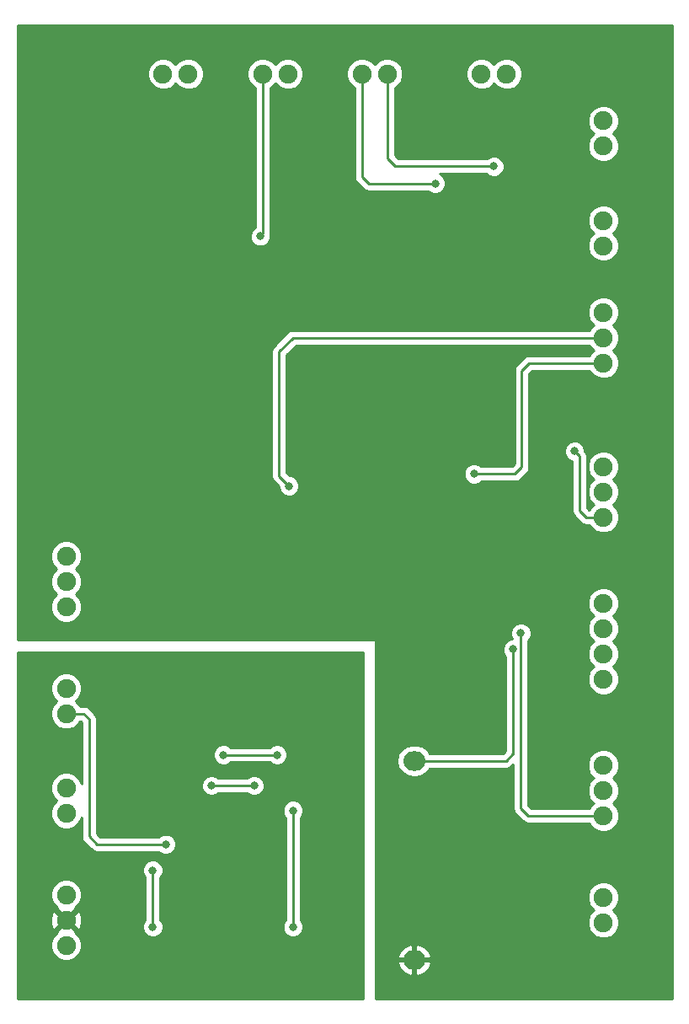
<source format=gbr>
G04 #@! TF.FileFunction,Copper,L2,Bot,Signal*
%FSLAX46Y46*%
G04 Gerber Fmt 4.6, Leading zero omitted, Abs format (unit mm)*
G04 Created by KiCad (PCBNEW 4.0.4-stable) date Wednesday, May 24, 2017 'PMt' 11:27:01 PM*
%MOMM*%
%LPD*%
G01*
G04 APERTURE LIST*
%ADD10C,0.100000*%
%ADD11O,2.200000X1.950000*%
%ADD12C,1.900000*%
%ADD13C,0.800000*%
%ADD14C,0.250000*%
%ADD15C,0.254000*%
G04 APERTURE END LIST*
D10*
D11*
X246000000Y-130000000D03*
X246000000Y-150000000D03*
D12*
X220730000Y-61000000D03*
X223270000Y-61000000D03*
X211000000Y-135270000D03*
X211000000Y-132730000D03*
X211000000Y-122730000D03*
X211000000Y-125270000D03*
X230730000Y-61000000D03*
X233270000Y-61000000D03*
X265000000Y-146270000D03*
X265000000Y-143730000D03*
X243270000Y-61000000D03*
X240730000Y-61000000D03*
X255270000Y-61000000D03*
X252730000Y-61000000D03*
X265000000Y-78270000D03*
X265000000Y-75730000D03*
X265000000Y-65730000D03*
X265000000Y-68270000D03*
X265000000Y-135540000D03*
X265000000Y-133000000D03*
X265000000Y-130460000D03*
X211000000Y-114540000D03*
X211000000Y-112000000D03*
X211000000Y-109460000D03*
X211000000Y-143460000D03*
X211000000Y-146000000D03*
X211000000Y-148540000D03*
X265000000Y-84960000D03*
X265000000Y-87500000D03*
X265000000Y-90040000D03*
X265000000Y-100460000D03*
X265000000Y-103000000D03*
X265000000Y-105540000D03*
X265000000Y-119270000D03*
X265000000Y-116730000D03*
X265000000Y-114190000D03*
X265000000Y-121810000D03*
D13*
X230500000Y-77300000D03*
X255400000Y-104300000D03*
X220100000Y-107500000D03*
X226300000Y-67900000D03*
X255100000Y-116400000D03*
X225700000Y-69200000D03*
X217400000Y-100700000D03*
X218900000Y-88000000D03*
X230000000Y-109000000D03*
X237900000Y-83400000D03*
X239600000Y-80100000D03*
X251400000Y-79000000D03*
X252800000Y-71500000D03*
X249400000Y-89700000D03*
X236700000Y-89400000D03*
X223900000Y-89500000D03*
X230500000Y-103000000D03*
X243500000Y-103000000D03*
X254000000Y-112000000D03*
X226000000Y-79000000D03*
X224000000Y-82000000D03*
X221000000Y-78000000D03*
X255900000Y-118800000D03*
X219700000Y-141000000D03*
X219700000Y-146700000D03*
X225700000Y-138500000D03*
X213400000Y-146500000D03*
X213400000Y-145500000D03*
X232300000Y-140300000D03*
X227200000Y-136400000D03*
X232900000Y-121000000D03*
X231700000Y-130800000D03*
X238500000Y-124800000D03*
X237400000Y-124800000D03*
X224800000Y-130600000D03*
X225100000Y-135900000D03*
X225100000Y-134500000D03*
X262100000Y-98900000D03*
X233400000Y-102400000D03*
X252000000Y-101200000D03*
X229900000Y-132500000D03*
X225600000Y-132500000D03*
X232200000Y-129400000D03*
X226800000Y-129400000D03*
X221000000Y-138400000D03*
X254000000Y-70300000D03*
X248100000Y-72000000D03*
X256700000Y-117200000D03*
X233800000Y-135000000D03*
X233800000Y-146700000D03*
D14*
X230730000Y-77070000D02*
X230730000Y-61000000D01*
X230500000Y-77300000D02*
X230730000Y-77070000D01*
X255900000Y-128600000D02*
X255900000Y-129300000D01*
X255900000Y-118800000D02*
X255900000Y-128600000D01*
X255200000Y-130000000D02*
X246000000Y-130000000D01*
X255900000Y-129300000D02*
X255200000Y-130000000D01*
X246300000Y-129700000D02*
X246000000Y-130000000D01*
X219700000Y-144000000D02*
X219700000Y-146700000D01*
X219700000Y-141000000D02*
X219700000Y-144000000D01*
X263240000Y-105540000D02*
X265000000Y-105540000D01*
X262600000Y-104900000D02*
X263240000Y-105540000D01*
X262600000Y-99400000D02*
X262600000Y-104900000D01*
X262100000Y-98900000D02*
X262600000Y-99400000D01*
X233800000Y-87500000D02*
X265000000Y-87500000D01*
X232400000Y-88900000D02*
X233800000Y-87500000D01*
X232400000Y-101400000D02*
X232400000Y-88900000D01*
X233400000Y-102400000D02*
X232400000Y-101400000D01*
X256800000Y-98700000D02*
X256800000Y-90800000D01*
X256800000Y-90800000D02*
X257560000Y-90040000D01*
X257560000Y-90040000D02*
X265000000Y-90040000D01*
X256800000Y-100500000D02*
X256800000Y-98700000D01*
X256100000Y-101200000D02*
X256800000Y-100500000D01*
X252000000Y-101200000D02*
X256100000Y-101200000D01*
X265130000Y-143600000D02*
X265000000Y-143730000D01*
X225600000Y-132500000D02*
X229900000Y-132500000D01*
X226800000Y-129400000D02*
X232200000Y-129400000D01*
X211000000Y-125270000D02*
X212770000Y-125270000D01*
X221000000Y-138400000D02*
X214100000Y-138400000D01*
X214100000Y-138400000D02*
X213300000Y-137600000D01*
X213300000Y-125800000D02*
X213300000Y-137600000D01*
X212770000Y-125270000D02*
X213300000Y-125800000D01*
X244100000Y-70300000D02*
X254000000Y-70300000D01*
X243270000Y-69470000D02*
X244100000Y-70300000D01*
X243270000Y-69470000D02*
X243270000Y-61000000D01*
X241400000Y-72000000D02*
X248100000Y-72000000D01*
X240730000Y-71330000D02*
X241400000Y-72000000D01*
X240730000Y-61000000D02*
X240730000Y-71330000D01*
X257440000Y-135540000D02*
X265000000Y-135540000D01*
X256700000Y-134800000D02*
X257440000Y-135540000D01*
X256700000Y-117200000D02*
X256700000Y-134800000D01*
X233800000Y-146700000D02*
X233800000Y-135000000D01*
D15*
G36*
X271873000Y-153873000D02*
X242127000Y-153873000D01*
X242127000Y-150376511D01*
X244309644Y-150376511D01*
X244571371Y-150944669D01*
X245032113Y-151371638D01*
X245621177Y-151589787D01*
X245873000Y-151451171D01*
X245873000Y-150127000D01*
X246127000Y-150127000D01*
X246127000Y-151451171D01*
X246378823Y-151589787D01*
X246967887Y-151371638D01*
X247428629Y-150944669D01*
X247690356Y-150376511D01*
X247570682Y-150127000D01*
X246127000Y-150127000D01*
X245873000Y-150127000D01*
X244429318Y-150127000D01*
X244309644Y-150376511D01*
X242127000Y-150376511D01*
X242127000Y-149623489D01*
X244309644Y-149623489D01*
X244429318Y-149873000D01*
X245873000Y-149873000D01*
X245873000Y-148548829D01*
X246127000Y-148548829D01*
X246127000Y-149873000D01*
X247570682Y-149873000D01*
X247690356Y-149623489D01*
X247428629Y-149055331D01*
X246967887Y-148628362D01*
X246378823Y-148410213D01*
X246127000Y-148548829D01*
X245873000Y-148548829D01*
X245621177Y-148410213D01*
X245032113Y-148628362D01*
X244571371Y-149055331D01*
X244309644Y-149623489D01*
X242127000Y-149623489D01*
X242127000Y-144043893D01*
X263414725Y-144043893D01*
X263655519Y-144626657D01*
X264028471Y-145000261D01*
X263657086Y-145370997D01*
X263415276Y-145953341D01*
X263414725Y-146583893D01*
X263655519Y-147166657D01*
X264100997Y-147612914D01*
X264683341Y-147854724D01*
X265313893Y-147855275D01*
X265896657Y-147614481D01*
X266342914Y-147169003D01*
X266584724Y-146586659D01*
X266585275Y-145956107D01*
X266344481Y-145373343D01*
X265971529Y-144999739D01*
X266342914Y-144629003D01*
X266584724Y-144046659D01*
X266585275Y-143416107D01*
X266344481Y-142833343D01*
X265899003Y-142387086D01*
X265316659Y-142145276D01*
X264686107Y-142144725D01*
X264103343Y-142385519D01*
X263657086Y-142830997D01*
X263415276Y-143413341D01*
X263414725Y-144043893D01*
X242127000Y-144043893D01*
X242127000Y-130000000D01*
X244231009Y-130000000D01*
X244353563Y-130616120D01*
X244702567Y-131138442D01*
X245224889Y-131487446D01*
X245841009Y-131610000D01*
X246158991Y-131610000D01*
X246775111Y-131487446D01*
X247297433Y-131138442D01*
X247550300Y-130760000D01*
X255200000Y-130760000D01*
X255490839Y-130702148D01*
X255737401Y-130537401D01*
X255940000Y-130334802D01*
X255940000Y-134800000D01*
X255997852Y-135090839D01*
X256162599Y-135337401D01*
X256902599Y-136077401D01*
X257149161Y-136242148D01*
X257440000Y-136300000D01*
X263599053Y-136300000D01*
X263655519Y-136436657D01*
X264100997Y-136882914D01*
X264683341Y-137124724D01*
X265313893Y-137125275D01*
X265896657Y-136884481D01*
X266342914Y-136439003D01*
X266584724Y-135856659D01*
X266585275Y-135226107D01*
X266344481Y-134643343D01*
X265971529Y-134269739D01*
X266342914Y-133899003D01*
X266584724Y-133316659D01*
X266585275Y-132686107D01*
X266344481Y-132103343D01*
X265971529Y-131729739D01*
X266342914Y-131359003D01*
X266584724Y-130776659D01*
X266585275Y-130146107D01*
X266344481Y-129563343D01*
X265899003Y-129117086D01*
X265316659Y-128875276D01*
X264686107Y-128874725D01*
X264103343Y-129115519D01*
X263657086Y-129560997D01*
X263415276Y-130143341D01*
X263414725Y-130773893D01*
X263655519Y-131356657D01*
X264028471Y-131730261D01*
X263657086Y-132100997D01*
X263415276Y-132683341D01*
X263414725Y-133313893D01*
X263655519Y-133896657D01*
X264028471Y-134270261D01*
X263657086Y-134640997D01*
X263599367Y-134780000D01*
X257754802Y-134780000D01*
X257460000Y-134485198D01*
X257460000Y-117903761D01*
X257576919Y-117787046D01*
X257734820Y-117406777D01*
X257735179Y-116995029D01*
X257577942Y-116614485D01*
X257287046Y-116323081D01*
X256906777Y-116165180D01*
X256495029Y-116164821D01*
X256114485Y-116322058D01*
X255823081Y-116612954D01*
X255665180Y-116993223D01*
X255664821Y-117404971D01*
X255813550Y-117764924D01*
X255695029Y-117764821D01*
X255314485Y-117922058D01*
X255023081Y-118212954D01*
X254865180Y-118593223D01*
X254864821Y-119004971D01*
X255022058Y-119385515D01*
X255140000Y-119503663D01*
X255140000Y-128985197D01*
X254885198Y-129240000D01*
X247550300Y-129240000D01*
X247297433Y-128861558D01*
X246775111Y-128512554D01*
X246158991Y-128390000D01*
X245841009Y-128390000D01*
X245224889Y-128512554D01*
X244702567Y-128861558D01*
X244353563Y-129383880D01*
X244231009Y-130000000D01*
X242127000Y-130000000D01*
X242127000Y-118000000D01*
X242116994Y-117950590D01*
X242088553Y-117908965D01*
X242046159Y-117881685D01*
X242000000Y-117873000D01*
X206127000Y-117873000D01*
X206127000Y-109773893D01*
X209414725Y-109773893D01*
X209655519Y-110356657D01*
X210028471Y-110730261D01*
X209657086Y-111100997D01*
X209415276Y-111683341D01*
X209414725Y-112313893D01*
X209655519Y-112896657D01*
X210028471Y-113270261D01*
X209657086Y-113640997D01*
X209415276Y-114223341D01*
X209414725Y-114853893D01*
X209655519Y-115436657D01*
X210100997Y-115882914D01*
X210683341Y-116124724D01*
X211313893Y-116125275D01*
X211896657Y-115884481D01*
X212342914Y-115439003D01*
X212584724Y-114856659D01*
X212585032Y-114503893D01*
X263414725Y-114503893D01*
X263655519Y-115086657D01*
X264028471Y-115460261D01*
X263657086Y-115830997D01*
X263415276Y-116413341D01*
X263414725Y-117043893D01*
X263655519Y-117626657D01*
X264028471Y-118000261D01*
X263657086Y-118370997D01*
X263415276Y-118953341D01*
X263414725Y-119583893D01*
X263655519Y-120166657D01*
X264028471Y-120540261D01*
X263657086Y-120910997D01*
X263415276Y-121493341D01*
X263414725Y-122123893D01*
X263655519Y-122706657D01*
X264100997Y-123152914D01*
X264683341Y-123394724D01*
X265313893Y-123395275D01*
X265896657Y-123154481D01*
X266342914Y-122709003D01*
X266584724Y-122126659D01*
X266585275Y-121496107D01*
X266344481Y-120913343D01*
X265971529Y-120539739D01*
X266342914Y-120169003D01*
X266584724Y-119586659D01*
X266585275Y-118956107D01*
X266344481Y-118373343D01*
X265971529Y-117999739D01*
X266342914Y-117629003D01*
X266584724Y-117046659D01*
X266585275Y-116416107D01*
X266344481Y-115833343D01*
X265971529Y-115459739D01*
X266342914Y-115089003D01*
X266584724Y-114506659D01*
X266585275Y-113876107D01*
X266344481Y-113293343D01*
X265899003Y-112847086D01*
X265316659Y-112605276D01*
X264686107Y-112604725D01*
X264103343Y-112845519D01*
X263657086Y-113290997D01*
X263415276Y-113873341D01*
X263414725Y-114503893D01*
X212585032Y-114503893D01*
X212585275Y-114226107D01*
X212344481Y-113643343D01*
X211971529Y-113269739D01*
X212342914Y-112899003D01*
X212584724Y-112316659D01*
X212585275Y-111686107D01*
X212344481Y-111103343D01*
X211971529Y-110729739D01*
X212342914Y-110359003D01*
X212584724Y-109776659D01*
X212585275Y-109146107D01*
X212344481Y-108563343D01*
X211899003Y-108117086D01*
X211316659Y-107875276D01*
X210686107Y-107874725D01*
X210103343Y-108115519D01*
X209657086Y-108560997D01*
X209415276Y-109143341D01*
X209414725Y-109773893D01*
X206127000Y-109773893D01*
X206127000Y-88900000D01*
X231640000Y-88900000D01*
X231640000Y-101400000D01*
X231697852Y-101690839D01*
X231862599Y-101937401D01*
X232364965Y-102439767D01*
X232364821Y-102604971D01*
X232522058Y-102985515D01*
X232812954Y-103276919D01*
X233193223Y-103434820D01*
X233604971Y-103435179D01*
X233985515Y-103277942D01*
X234276919Y-102987046D01*
X234434820Y-102606777D01*
X234435179Y-102195029D01*
X234277942Y-101814485D01*
X233987046Y-101523081D01*
X233606777Y-101365180D01*
X233439836Y-101365034D01*
X233160000Y-101085198D01*
X233160000Y-89214802D01*
X234114802Y-88260000D01*
X263599053Y-88260000D01*
X263655519Y-88396657D01*
X264028471Y-88770261D01*
X263657086Y-89140997D01*
X263599367Y-89280000D01*
X257560000Y-89280000D01*
X257269160Y-89337852D01*
X257022599Y-89502599D01*
X256262599Y-90262599D01*
X256097852Y-90509161D01*
X256040000Y-90800000D01*
X256040000Y-100185197D01*
X255785198Y-100440000D01*
X252703761Y-100440000D01*
X252587046Y-100323081D01*
X252206777Y-100165180D01*
X251795029Y-100164821D01*
X251414485Y-100322058D01*
X251123081Y-100612954D01*
X250965180Y-100993223D01*
X250964821Y-101404971D01*
X251122058Y-101785515D01*
X251412954Y-102076919D01*
X251793223Y-102234820D01*
X252204971Y-102235179D01*
X252585515Y-102077942D01*
X252703663Y-101960000D01*
X256100000Y-101960000D01*
X256390839Y-101902148D01*
X256637401Y-101737401D01*
X257337401Y-101037402D01*
X257502147Y-100790840D01*
X257502148Y-100790839D01*
X257560000Y-100500000D01*
X257560000Y-99104971D01*
X261064821Y-99104971D01*
X261222058Y-99485515D01*
X261512954Y-99776919D01*
X261840000Y-99912720D01*
X261840000Y-104900000D01*
X261897852Y-105190839D01*
X262062599Y-105437401D01*
X262702599Y-106077401D01*
X262949161Y-106242148D01*
X263240000Y-106300000D01*
X263599053Y-106300000D01*
X263655519Y-106436657D01*
X264100997Y-106882914D01*
X264683341Y-107124724D01*
X265313893Y-107125275D01*
X265896657Y-106884481D01*
X266342914Y-106439003D01*
X266584724Y-105856659D01*
X266585275Y-105226107D01*
X266344481Y-104643343D01*
X265971529Y-104269739D01*
X266342914Y-103899003D01*
X266584724Y-103316659D01*
X266585275Y-102686107D01*
X266344481Y-102103343D01*
X265971529Y-101729739D01*
X266342914Y-101359003D01*
X266584724Y-100776659D01*
X266585275Y-100146107D01*
X266344481Y-99563343D01*
X265899003Y-99117086D01*
X265316659Y-98875276D01*
X264686107Y-98874725D01*
X264103343Y-99115519D01*
X263657086Y-99560997D01*
X263415276Y-100143341D01*
X263414725Y-100773893D01*
X263655519Y-101356657D01*
X264028471Y-101730261D01*
X263657086Y-102100997D01*
X263415276Y-102683341D01*
X263414725Y-103313893D01*
X263655519Y-103896657D01*
X264028471Y-104270261D01*
X263657086Y-104640997D01*
X263599367Y-104780000D01*
X263554802Y-104780000D01*
X263360000Y-104585198D01*
X263360000Y-99400000D01*
X263302148Y-99109161D01*
X263137401Y-98862599D01*
X263135035Y-98860233D01*
X263135179Y-98695029D01*
X262977942Y-98314485D01*
X262687046Y-98023081D01*
X262306777Y-97865180D01*
X261895029Y-97864821D01*
X261514485Y-98022058D01*
X261223081Y-98312954D01*
X261065180Y-98693223D01*
X261064821Y-99104971D01*
X257560000Y-99104971D01*
X257560000Y-91114802D01*
X257874802Y-90800000D01*
X263599053Y-90800000D01*
X263655519Y-90936657D01*
X264100997Y-91382914D01*
X264683341Y-91624724D01*
X265313893Y-91625275D01*
X265896657Y-91384481D01*
X266342914Y-90939003D01*
X266584724Y-90356659D01*
X266585275Y-89726107D01*
X266344481Y-89143343D01*
X265971529Y-88769739D01*
X266342914Y-88399003D01*
X266584724Y-87816659D01*
X266585275Y-87186107D01*
X266344481Y-86603343D01*
X265971529Y-86229739D01*
X266342914Y-85859003D01*
X266584724Y-85276659D01*
X266585275Y-84646107D01*
X266344481Y-84063343D01*
X265899003Y-83617086D01*
X265316659Y-83375276D01*
X264686107Y-83374725D01*
X264103343Y-83615519D01*
X263657086Y-84060997D01*
X263415276Y-84643341D01*
X263414725Y-85273893D01*
X263655519Y-85856657D01*
X264028471Y-86230261D01*
X263657086Y-86600997D01*
X263599367Y-86740000D01*
X233800000Y-86740000D01*
X233509161Y-86797852D01*
X233262599Y-86962599D01*
X231862599Y-88362599D01*
X231697852Y-88609161D01*
X231640000Y-88900000D01*
X206127000Y-88900000D01*
X206127000Y-61313893D01*
X219144725Y-61313893D01*
X219385519Y-61896657D01*
X219830997Y-62342914D01*
X220413341Y-62584724D01*
X221043893Y-62585275D01*
X221626657Y-62344481D01*
X222000261Y-61971529D01*
X222370997Y-62342914D01*
X222953341Y-62584724D01*
X223583893Y-62585275D01*
X224166657Y-62344481D01*
X224612914Y-61899003D01*
X224854724Y-61316659D01*
X224854726Y-61313893D01*
X229144725Y-61313893D01*
X229385519Y-61896657D01*
X229830997Y-62342914D01*
X229970000Y-62400633D01*
X229970000Y-76399120D01*
X229914485Y-76422058D01*
X229623081Y-76712954D01*
X229465180Y-77093223D01*
X229464821Y-77504971D01*
X229622058Y-77885515D01*
X229912954Y-78176919D01*
X230293223Y-78334820D01*
X230704971Y-78335179D01*
X231085515Y-78177942D01*
X231376919Y-77887046D01*
X231534820Y-77506777D01*
X231535179Y-77095029D01*
X231490000Y-76985687D01*
X231490000Y-76043893D01*
X263414725Y-76043893D01*
X263655519Y-76626657D01*
X264028471Y-77000261D01*
X263657086Y-77370997D01*
X263415276Y-77953341D01*
X263414725Y-78583893D01*
X263655519Y-79166657D01*
X264100997Y-79612914D01*
X264683341Y-79854724D01*
X265313893Y-79855275D01*
X265896657Y-79614481D01*
X266342914Y-79169003D01*
X266584724Y-78586659D01*
X266585275Y-77956107D01*
X266344481Y-77373343D01*
X265971529Y-76999739D01*
X266342914Y-76629003D01*
X266584724Y-76046659D01*
X266585275Y-75416107D01*
X266344481Y-74833343D01*
X265899003Y-74387086D01*
X265316659Y-74145276D01*
X264686107Y-74144725D01*
X264103343Y-74385519D01*
X263657086Y-74830997D01*
X263415276Y-75413341D01*
X263414725Y-76043893D01*
X231490000Y-76043893D01*
X231490000Y-62400947D01*
X231626657Y-62344481D01*
X232000261Y-61971529D01*
X232370997Y-62342914D01*
X232953341Y-62584724D01*
X233583893Y-62585275D01*
X234166657Y-62344481D01*
X234612914Y-61899003D01*
X234854724Y-61316659D01*
X234854726Y-61313893D01*
X239144725Y-61313893D01*
X239385519Y-61896657D01*
X239830997Y-62342914D01*
X239970000Y-62400633D01*
X239970000Y-71330000D01*
X240027852Y-71620839D01*
X240192599Y-71867401D01*
X240862599Y-72537401D01*
X241109161Y-72702148D01*
X241400000Y-72760000D01*
X247396239Y-72760000D01*
X247512954Y-72876919D01*
X247893223Y-73034820D01*
X248304971Y-73035179D01*
X248685515Y-72877942D01*
X248976919Y-72587046D01*
X249134820Y-72206777D01*
X249135179Y-71795029D01*
X248977942Y-71414485D01*
X248687046Y-71123081D01*
X248535130Y-71060000D01*
X253296239Y-71060000D01*
X253412954Y-71176919D01*
X253793223Y-71334820D01*
X254204971Y-71335179D01*
X254585515Y-71177942D01*
X254876919Y-70887046D01*
X255034820Y-70506777D01*
X255035179Y-70095029D01*
X254877942Y-69714485D01*
X254587046Y-69423081D01*
X254206777Y-69265180D01*
X253795029Y-69264821D01*
X253414485Y-69422058D01*
X253296337Y-69540000D01*
X244414802Y-69540000D01*
X244030000Y-69155198D01*
X244030000Y-66043893D01*
X263414725Y-66043893D01*
X263655519Y-66626657D01*
X264028471Y-67000261D01*
X263657086Y-67370997D01*
X263415276Y-67953341D01*
X263414725Y-68583893D01*
X263655519Y-69166657D01*
X264100997Y-69612914D01*
X264683341Y-69854724D01*
X265313893Y-69855275D01*
X265896657Y-69614481D01*
X266342914Y-69169003D01*
X266584724Y-68586659D01*
X266585275Y-67956107D01*
X266344481Y-67373343D01*
X265971529Y-66999739D01*
X266342914Y-66629003D01*
X266584724Y-66046659D01*
X266585275Y-65416107D01*
X266344481Y-64833343D01*
X265899003Y-64387086D01*
X265316659Y-64145276D01*
X264686107Y-64144725D01*
X264103343Y-64385519D01*
X263657086Y-64830997D01*
X263415276Y-65413341D01*
X263414725Y-66043893D01*
X244030000Y-66043893D01*
X244030000Y-62400947D01*
X244166657Y-62344481D01*
X244612914Y-61899003D01*
X244854724Y-61316659D01*
X244854726Y-61313893D01*
X251144725Y-61313893D01*
X251385519Y-61896657D01*
X251830997Y-62342914D01*
X252413341Y-62584724D01*
X253043893Y-62585275D01*
X253626657Y-62344481D01*
X254000261Y-61971529D01*
X254370997Y-62342914D01*
X254953341Y-62584724D01*
X255583893Y-62585275D01*
X256166657Y-62344481D01*
X256612914Y-61899003D01*
X256854724Y-61316659D01*
X256855275Y-60686107D01*
X256614481Y-60103343D01*
X256169003Y-59657086D01*
X255586659Y-59415276D01*
X254956107Y-59414725D01*
X254373343Y-59655519D01*
X253999739Y-60028471D01*
X253629003Y-59657086D01*
X253046659Y-59415276D01*
X252416107Y-59414725D01*
X251833343Y-59655519D01*
X251387086Y-60100997D01*
X251145276Y-60683341D01*
X251144725Y-61313893D01*
X244854726Y-61313893D01*
X244855275Y-60686107D01*
X244614481Y-60103343D01*
X244169003Y-59657086D01*
X243586659Y-59415276D01*
X242956107Y-59414725D01*
X242373343Y-59655519D01*
X241999739Y-60028471D01*
X241629003Y-59657086D01*
X241046659Y-59415276D01*
X240416107Y-59414725D01*
X239833343Y-59655519D01*
X239387086Y-60100997D01*
X239145276Y-60683341D01*
X239144725Y-61313893D01*
X234854726Y-61313893D01*
X234855275Y-60686107D01*
X234614481Y-60103343D01*
X234169003Y-59657086D01*
X233586659Y-59415276D01*
X232956107Y-59414725D01*
X232373343Y-59655519D01*
X231999739Y-60028471D01*
X231629003Y-59657086D01*
X231046659Y-59415276D01*
X230416107Y-59414725D01*
X229833343Y-59655519D01*
X229387086Y-60100997D01*
X229145276Y-60683341D01*
X229144725Y-61313893D01*
X224854726Y-61313893D01*
X224855275Y-60686107D01*
X224614481Y-60103343D01*
X224169003Y-59657086D01*
X223586659Y-59415276D01*
X222956107Y-59414725D01*
X222373343Y-59655519D01*
X221999739Y-60028471D01*
X221629003Y-59657086D01*
X221046659Y-59415276D01*
X220416107Y-59414725D01*
X219833343Y-59655519D01*
X219387086Y-60100997D01*
X219145276Y-60683341D01*
X219144725Y-61313893D01*
X206127000Y-61313893D01*
X206127000Y-56127000D01*
X271873000Y-56127000D01*
X271873000Y-153873000D01*
X271873000Y-153873000D01*
G37*
X271873000Y-153873000D02*
X242127000Y-153873000D01*
X242127000Y-150376511D01*
X244309644Y-150376511D01*
X244571371Y-150944669D01*
X245032113Y-151371638D01*
X245621177Y-151589787D01*
X245873000Y-151451171D01*
X245873000Y-150127000D01*
X246127000Y-150127000D01*
X246127000Y-151451171D01*
X246378823Y-151589787D01*
X246967887Y-151371638D01*
X247428629Y-150944669D01*
X247690356Y-150376511D01*
X247570682Y-150127000D01*
X246127000Y-150127000D01*
X245873000Y-150127000D01*
X244429318Y-150127000D01*
X244309644Y-150376511D01*
X242127000Y-150376511D01*
X242127000Y-149623489D01*
X244309644Y-149623489D01*
X244429318Y-149873000D01*
X245873000Y-149873000D01*
X245873000Y-148548829D01*
X246127000Y-148548829D01*
X246127000Y-149873000D01*
X247570682Y-149873000D01*
X247690356Y-149623489D01*
X247428629Y-149055331D01*
X246967887Y-148628362D01*
X246378823Y-148410213D01*
X246127000Y-148548829D01*
X245873000Y-148548829D01*
X245621177Y-148410213D01*
X245032113Y-148628362D01*
X244571371Y-149055331D01*
X244309644Y-149623489D01*
X242127000Y-149623489D01*
X242127000Y-144043893D01*
X263414725Y-144043893D01*
X263655519Y-144626657D01*
X264028471Y-145000261D01*
X263657086Y-145370997D01*
X263415276Y-145953341D01*
X263414725Y-146583893D01*
X263655519Y-147166657D01*
X264100997Y-147612914D01*
X264683341Y-147854724D01*
X265313893Y-147855275D01*
X265896657Y-147614481D01*
X266342914Y-147169003D01*
X266584724Y-146586659D01*
X266585275Y-145956107D01*
X266344481Y-145373343D01*
X265971529Y-144999739D01*
X266342914Y-144629003D01*
X266584724Y-144046659D01*
X266585275Y-143416107D01*
X266344481Y-142833343D01*
X265899003Y-142387086D01*
X265316659Y-142145276D01*
X264686107Y-142144725D01*
X264103343Y-142385519D01*
X263657086Y-142830997D01*
X263415276Y-143413341D01*
X263414725Y-144043893D01*
X242127000Y-144043893D01*
X242127000Y-130000000D01*
X244231009Y-130000000D01*
X244353563Y-130616120D01*
X244702567Y-131138442D01*
X245224889Y-131487446D01*
X245841009Y-131610000D01*
X246158991Y-131610000D01*
X246775111Y-131487446D01*
X247297433Y-131138442D01*
X247550300Y-130760000D01*
X255200000Y-130760000D01*
X255490839Y-130702148D01*
X255737401Y-130537401D01*
X255940000Y-130334802D01*
X255940000Y-134800000D01*
X255997852Y-135090839D01*
X256162599Y-135337401D01*
X256902599Y-136077401D01*
X257149161Y-136242148D01*
X257440000Y-136300000D01*
X263599053Y-136300000D01*
X263655519Y-136436657D01*
X264100997Y-136882914D01*
X264683341Y-137124724D01*
X265313893Y-137125275D01*
X265896657Y-136884481D01*
X266342914Y-136439003D01*
X266584724Y-135856659D01*
X266585275Y-135226107D01*
X266344481Y-134643343D01*
X265971529Y-134269739D01*
X266342914Y-133899003D01*
X266584724Y-133316659D01*
X266585275Y-132686107D01*
X266344481Y-132103343D01*
X265971529Y-131729739D01*
X266342914Y-131359003D01*
X266584724Y-130776659D01*
X266585275Y-130146107D01*
X266344481Y-129563343D01*
X265899003Y-129117086D01*
X265316659Y-128875276D01*
X264686107Y-128874725D01*
X264103343Y-129115519D01*
X263657086Y-129560997D01*
X263415276Y-130143341D01*
X263414725Y-130773893D01*
X263655519Y-131356657D01*
X264028471Y-131730261D01*
X263657086Y-132100997D01*
X263415276Y-132683341D01*
X263414725Y-133313893D01*
X263655519Y-133896657D01*
X264028471Y-134270261D01*
X263657086Y-134640997D01*
X263599367Y-134780000D01*
X257754802Y-134780000D01*
X257460000Y-134485198D01*
X257460000Y-117903761D01*
X257576919Y-117787046D01*
X257734820Y-117406777D01*
X257735179Y-116995029D01*
X257577942Y-116614485D01*
X257287046Y-116323081D01*
X256906777Y-116165180D01*
X256495029Y-116164821D01*
X256114485Y-116322058D01*
X255823081Y-116612954D01*
X255665180Y-116993223D01*
X255664821Y-117404971D01*
X255813550Y-117764924D01*
X255695029Y-117764821D01*
X255314485Y-117922058D01*
X255023081Y-118212954D01*
X254865180Y-118593223D01*
X254864821Y-119004971D01*
X255022058Y-119385515D01*
X255140000Y-119503663D01*
X255140000Y-128985197D01*
X254885198Y-129240000D01*
X247550300Y-129240000D01*
X247297433Y-128861558D01*
X246775111Y-128512554D01*
X246158991Y-128390000D01*
X245841009Y-128390000D01*
X245224889Y-128512554D01*
X244702567Y-128861558D01*
X244353563Y-129383880D01*
X244231009Y-130000000D01*
X242127000Y-130000000D01*
X242127000Y-118000000D01*
X242116994Y-117950590D01*
X242088553Y-117908965D01*
X242046159Y-117881685D01*
X242000000Y-117873000D01*
X206127000Y-117873000D01*
X206127000Y-109773893D01*
X209414725Y-109773893D01*
X209655519Y-110356657D01*
X210028471Y-110730261D01*
X209657086Y-111100997D01*
X209415276Y-111683341D01*
X209414725Y-112313893D01*
X209655519Y-112896657D01*
X210028471Y-113270261D01*
X209657086Y-113640997D01*
X209415276Y-114223341D01*
X209414725Y-114853893D01*
X209655519Y-115436657D01*
X210100997Y-115882914D01*
X210683341Y-116124724D01*
X211313893Y-116125275D01*
X211896657Y-115884481D01*
X212342914Y-115439003D01*
X212584724Y-114856659D01*
X212585032Y-114503893D01*
X263414725Y-114503893D01*
X263655519Y-115086657D01*
X264028471Y-115460261D01*
X263657086Y-115830997D01*
X263415276Y-116413341D01*
X263414725Y-117043893D01*
X263655519Y-117626657D01*
X264028471Y-118000261D01*
X263657086Y-118370997D01*
X263415276Y-118953341D01*
X263414725Y-119583893D01*
X263655519Y-120166657D01*
X264028471Y-120540261D01*
X263657086Y-120910997D01*
X263415276Y-121493341D01*
X263414725Y-122123893D01*
X263655519Y-122706657D01*
X264100997Y-123152914D01*
X264683341Y-123394724D01*
X265313893Y-123395275D01*
X265896657Y-123154481D01*
X266342914Y-122709003D01*
X266584724Y-122126659D01*
X266585275Y-121496107D01*
X266344481Y-120913343D01*
X265971529Y-120539739D01*
X266342914Y-120169003D01*
X266584724Y-119586659D01*
X266585275Y-118956107D01*
X266344481Y-118373343D01*
X265971529Y-117999739D01*
X266342914Y-117629003D01*
X266584724Y-117046659D01*
X266585275Y-116416107D01*
X266344481Y-115833343D01*
X265971529Y-115459739D01*
X266342914Y-115089003D01*
X266584724Y-114506659D01*
X266585275Y-113876107D01*
X266344481Y-113293343D01*
X265899003Y-112847086D01*
X265316659Y-112605276D01*
X264686107Y-112604725D01*
X264103343Y-112845519D01*
X263657086Y-113290997D01*
X263415276Y-113873341D01*
X263414725Y-114503893D01*
X212585032Y-114503893D01*
X212585275Y-114226107D01*
X212344481Y-113643343D01*
X211971529Y-113269739D01*
X212342914Y-112899003D01*
X212584724Y-112316659D01*
X212585275Y-111686107D01*
X212344481Y-111103343D01*
X211971529Y-110729739D01*
X212342914Y-110359003D01*
X212584724Y-109776659D01*
X212585275Y-109146107D01*
X212344481Y-108563343D01*
X211899003Y-108117086D01*
X211316659Y-107875276D01*
X210686107Y-107874725D01*
X210103343Y-108115519D01*
X209657086Y-108560997D01*
X209415276Y-109143341D01*
X209414725Y-109773893D01*
X206127000Y-109773893D01*
X206127000Y-88900000D01*
X231640000Y-88900000D01*
X231640000Y-101400000D01*
X231697852Y-101690839D01*
X231862599Y-101937401D01*
X232364965Y-102439767D01*
X232364821Y-102604971D01*
X232522058Y-102985515D01*
X232812954Y-103276919D01*
X233193223Y-103434820D01*
X233604971Y-103435179D01*
X233985515Y-103277942D01*
X234276919Y-102987046D01*
X234434820Y-102606777D01*
X234435179Y-102195029D01*
X234277942Y-101814485D01*
X233987046Y-101523081D01*
X233606777Y-101365180D01*
X233439836Y-101365034D01*
X233160000Y-101085198D01*
X233160000Y-89214802D01*
X234114802Y-88260000D01*
X263599053Y-88260000D01*
X263655519Y-88396657D01*
X264028471Y-88770261D01*
X263657086Y-89140997D01*
X263599367Y-89280000D01*
X257560000Y-89280000D01*
X257269160Y-89337852D01*
X257022599Y-89502599D01*
X256262599Y-90262599D01*
X256097852Y-90509161D01*
X256040000Y-90800000D01*
X256040000Y-100185197D01*
X255785198Y-100440000D01*
X252703761Y-100440000D01*
X252587046Y-100323081D01*
X252206777Y-100165180D01*
X251795029Y-100164821D01*
X251414485Y-100322058D01*
X251123081Y-100612954D01*
X250965180Y-100993223D01*
X250964821Y-101404971D01*
X251122058Y-101785515D01*
X251412954Y-102076919D01*
X251793223Y-102234820D01*
X252204971Y-102235179D01*
X252585515Y-102077942D01*
X252703663Y-101960000D01*
X256100000Y-101960000D01*
X256390839Y-101902148D01*
X256637401Y-101737401D01*
X257337401Y-101037402D01*
X257502147Y-100790840D01*
X257502148Y-100790839D01*
X257560000Y-100500000D01*
X257560000Y-99104971D01*
X261064821Y-99104971D01*
X261222058Y-99485515D01*
X261512954Y-99776919D01*
X261840000Y-99912720D01*
X261840000Y-104900000D01*
X261897852Y-105190839D01*
X262062599Y-105437401D01*
X262702599Y-106077401D01*
X262949161Y-106242148D01*
X263240000Y-106300000D01*
X263599053Y-106300000D01*
X263655519Y-106436657D01*
X264100997Y-106882914D01*
X264683341Y-107124724D01*
X265313893Y-107125275D01*
X265896657Y-106884481D01*
X266342914Y-106439003D01*
X266584724Y-105856659D01*
X266585275Y-105226107D01*
X266344481Y-104643343D01*
X265971529Y-104269739D01*
X266342914Y-103899003D01*
X266584724Y-103316659D01*
X266585275Y-102686107D01*
X266344481Y-102103343D01*
X265971529Y-101729739D01*
X266342914Y-101359003D01*
X266584724Y-100776659D01*
X266585275Y-100146107D01*
X266344481Y-99563343D01*
X265899003Y-99117086D01*
X265316659Y-98875276D01*
X264686107Y-98874725D01*
X264103343Y-99115519D01*
X263657086Y-99560997D01*
X263415276Y-100143341D01*
X263414725Y-100773893D01*
X263655519Y-101356657D01*
X264028471Y-101730261D01*
X263657086Y-102100997D01*
X263415276Y-102683341D01*
X263414725Y-103313893D01*
X263655519Y-103896657D01*
X264028471Y-104270261D01*
X263657086Y-104640997D01*
X263599367Y-104780000D01*
X263554802Y-104780000D01*
X263360000Y-104585198D01*
X263360000Y-99400000D01*
X263302148Y-99109161D01*
X263137401Y-98862599D01*
X263135035Y-98860233D01*
X263135179Y-98695029D01*
X262977942Y-98314485D01*
X262687046Y-98023081D01*
X262306777Y-97865180D01*
X261895029Y-97864821D01*
X261514485Y-98022058D01*
X261223081Y-98312954D01*
X261065180Y-98693223D01*
X261064821Y-99104971D01*
X257560000Y-99104971D01*
X257560000Y-91114802D01*
X257874802Y-90800000D01*
X263599053Y-90800000D01*
X263655519Y-90936657D01*
X264100997Y-91382914D01*
X264683341Y-91624724D01*
X265313893Y-91625275D01*
X265896657Y-91384481D01*
X266342914Y-90939003D01*
X266584724Y-90356659D01*
X266585275Y-89726107D01*
X266344481Y-89143343D01*
X265971529Y-88769739D01*
X266342914Y-88399003D01*
X266584724Y-87816659D01*
X266585275Y-87186107D01*
X266344481Y-86603343D01*
X265971529Y-86229739D01*
X266342914Y-85859003D01*
X266584724Y-85276659D01*
X266585275Y-84646107D01*
X266344481Y-84063343D01*
X265899003Y-83617086D01*
X265316659Y-83375276D01*
X264686107Y-83374725D01*
X264103343Y-83615519D01*
X263657086Y-84060997D01*
X263415276Y-84643341D01*
X263414725Y-85273893D01*
X263655519Y-85856657D01*
X264028471Y-86230261D01*
X263657086Y-86600997D01*
X263599367Y-86740000D01*
X233800000Y-86740000D01*
X233509161Y-86797852D01*
X233262599Y-86962599D01*
X231862599Y-88362599D01*
X231697852Y-88609161D01*
X231640000Y-88900000D01*
X206127000Y-88900000D01*
X206127000Y-61313893D01*
X219144725Y-61313893D01*
X219385519Y-61896657D01*
X219830997Y-62342914D01*
X220413341Y-62584724D01*
X221043893Y-62585275D01*
X221626657Y-62344481D01*
X222000261Y-61971529D01*
X222370997Y-62342914D01*
X222953341Y-62584724D01*
X223583893Y-62585275D01*
X224166657Y-62344481D01*
X224612914Y-61899003D01*
X224854724Y-61316659D01*
X224854726Y-61313893D01*
X229144725Y-61313893D01*
X229385519Y-61896657D01*
X229830997Y-62342914D01*
X229970000Y-62400633D01*
X229970000Y-76399120D01*
X229914485Y-76422058D01*
X229623081Y-76712954D01*
X229465180Y-77093223D01*
X229464821Y-77504971D01*
X229622058Y-77885515D01*
X229912954Y-78176919D01*
X230293223Y-78334820D01*
X230704971Y-78335179D01*
X231085515Y-78177942D01*
X231376919Y-77887046D01*
X231534820Y-77506777D01*
X231535179Y-77095029D01*
X231490000Y-76985687D01*
X231490000Y-76043893D01*
X263414725Y-76043893D01*
X263655519Y-76626657D01*
X264028471Y-77000261D01*
X263657086Y-77370997D01*
X263415276Y-77953341D01*
X263414725Y-78583893D01*
X263655519Y-79166657D01*
X264100997Y-79612914D01*
X264683341Y-79854724D01*
X265313893Y-79855275D01*
X265896657Y-79614481D01*
X266342914Y-79169003D01*
X266584724Y-78586659D01*
X266585275Y-77956107D01*
X266344481Y-77373343D01*
X265971529Y-76999739D01*
X266342914Y-76629003D01*
X266584724Y-76046659D01*
X266585275Y-75416107D01*
X266344481Y-74833343D01*
X265899003Y-74387086D01*
X265316659Y-74145276D01*
X264686107Y-74144725D01*
X264103343Y-74385519D01*
X263657086Y-74830997D01*
X263415276Y-75413341D01*
X263414725Y-76043893D01*
X231490000Y-76043893D01*
X231490000Y-62400947D01*
X231626657Y-62344481D01*
X232000261Y-61971529D01*
X232370997Y-62342914D01*
X232953341Y-62584724D01*
X233583893Y-62585275D01*
X234166657Y-62344481D01*
X234612914Y-61899003D01*
X234854724Y-61316659D01*
X234854726Y-61313893D01*
X239144725Y-61313893D01*
X239385519Y-61896657D01*
X239830997Y-62342914D01*
X239970000Y-62400633D01*
X239970000Y-71330000D01*
X240027852Y-71620839D01*
X240192599Y-71867401D01*
X240862599Y-72537401D01*
X241109161Y-72702148D01*
X241400000Y-72760000D01*
X247396239Y-72760000D01*
X247512954Y-72876919D01*
X247893223Y-73034820D01*
X248304971Y-73035179D01*
X248685515Y-72877942D01*
X248976919Y-72587046D01*
X249134820Y-72206777D01*
X249135179Y-71795029D01*
X248977942Y-71414485D01*
X248687046Y-71123081D01*
X248535130Y-71060000D01*
X253296239Y-71060000D01*
X253412954Y-71176919D01*
X253793223Y-71334820D01*
X254204971Y-71335179D01*
X254585515Y-71177942D01*
X254876919Y-70887046D01*
X255034820Y-70506777D01*
X255035179Y-70095029D01*
X254877942Y-69714485D01*
X254587046Y-69423081D01*
X254206777Y-69265180D01*
X253795029Y-69264821D01*
X253414485Y-69422058D01*
X253296337Y-69540000D01*
X244414802Y-69540000D01*
X244030000Y-69155198D01*
X244030000Y-66043893D01*
X263414725Y-66043893D01*
X263655519Y-66626657D01*
X264028471Y-67000261D01*
X263657086Y-67370997D01*
X263415276Y-67953341D01*
X263414725Y-68583893D01*
X263655519Y-69166657D01*
X264100997Y-69612914D01*
X264683341Y-69854724D01*
X265313893Y-69855275D01*
X265896657Y-69614481D01*
X266342914Y-69169003D01*
X266584724Y-68586659D01*
X266585275Y-67956107D01*
X266344481Y-67373343D01*
X265971529Y-66999739D01*
X266342914Y-66629003D01*
X266584724Y-66046659D01*
X266585275Y-65416107D01*
X266344481Y-64833343D01*
X265899003Y-64387086D01*
X265316659Y-64145276D01*
X264686107Y-64144725D01*
X264103343Y-64385519D01*
X263657086Y-64830997D01*
X263415276Y-65413341D01*
X263414725Y-66043893D01*
X244030000Y-66043893D01*
X244030000Y-62400947D01*
X244166657Y-62344481D01*
X244612914Y-61899003D01*
X244854724Y-61316659D01*
X244854726Y-61313893D01*
X251144725Y-61313893D01*
X251385519Y-61896657D01*
X251830997Y-62342914D01*
X252413341Y-62584724D01*
X253043893Y-62585275D01*
X253626657Y-62344481D01*
X254000261Y-61971529D01*
X254370997Y-62342914D01*
X254953341Y-62584724D01*
X255583893Y-62585275D01*
X256166657Y-62344481D01*
X256612914Y-61899003D01*
X256854724Y-61316659D01*
X256855275Y-60686107D01*
X256614481Y-60103343D01*
X256169003Y-59657086D01*
X255586659Y-59415276D01*
X254956107Y-59414725D01*
X254373343Y-59655519D01*
X253999739Y-60028471D01*
X253629003Y-59657086D01*
X253046659Y-59415276D01*
X252416107Y-59414725D01*
X251833343Y-59655519D01*
X251387086Y-60100997D01*
X251145276Y-60683341D01*
X251144725Y-61313893D01*
X244854726Y-61313893D01*
X244855275Y-60686107D01*
X244614481Y-60103343D01*
X244169003Y-59657086D01*
X243586659Y-59415276D01*
X242956107Y-59414725D01*
X242373343Y-59655519D01*
X241999739Y-60028471D01*
X241629003Y-59657086D01*
X241046659Y-59415276D01*
X240416107Y-59414725D01*
X239833343Y-59655519D01*
X239387086Y-60100997D01*
X239145276Y-60683341D01*
X239144725Y-61313893D01*
X234854726Y-61313893D01*
X234855275Y-60686107D01*
X234614481Y-60103343D01*
X234169003Y-59657086D01*
X233586659Y-59415276D01*
X232956107Y-59414725D01*
X232373343Y-59655519D01*
X231999739Y-60028471D01*
X231629003Y-59657086D01*
X231046659Y-59415276D01*
X230416107Y-59414725D01*
X229833343Y-59655519D01*
X229387086Y-60100997D01*
X229145276Y-60683341D01*
X229144725Y-61313893D01*
X224854726Y-61313893D01*
X224855275Y-60686107D01*
X224614481Y-60103343D01*
X224169003Y-59657086D01*
X223586659Y-59415276D01*
X222956107Y-59414725D01*
X222373343Y-59655519D01*
X221999739Y-60028471D01*
X221629003Y-59657086D01*
X221046659Y-59415276D01*
X220416107Y-59414725D01*
X219833343Y-59655519D01*
X219387086Y-60100997D01*
X219145276Y-60683341D01*
X219144725Y-61313893D01*
X206127000Y-61313893D01*
X206127000Y-56127000D01*
X271873000Y-56127000D01*
X271873000Y-153873000D01*
G36*
X240873000Y-153873000D02*
X206127000Y-153873000D01*
X206127000Y-148853893D01*
X209414725Y-148853893D01*
X209655519Y-149436657D01*
X210100997Y-149882914D01*
X210683341Y-150124724D01*
X211313893Y-150125275D01*
X211896657Y-149884481D01*
X212342914Y-149439003D01*
X212584724Y-148856659D01*
X212585275Y-148226107D01*
X212344481Y-147643343D01*
X211905789Y-147203884D01*
X211936745Y-147116350D01*
X211000000Y-146179605D01*
X210063255Y-147116350D01*
X210094407Y-147204439D01*
X209657086Y-147640997D01*
X209415276Y-148223341D01*
X209414725Y-148853893D01*
X206127000Y-148853893D01*
X206127000Y-145747398D01*
X209403812Y-145747398D01*
X209428648Y-146377461D01*
X209621981Y-146844208D01*
X209883650Y-146936745D01*
X210820395Y-146000000D01*
X211179605Y-146000000D01*
X212116350Y-146936745D01*
X212378019Y-146844208D01*
X212596188Y-146252602D01*
X212571352Y-145622539D01*
X212378019Y-145155792D01*
X212116350Y-145063255D01*
X211179605Y-146000000D01*
X210820395Y-146000000D01*
X209883650Y-145063255D01*
X209621981Y-145155792D01*
X209403812Y-145747398D01*
X206127000Y-145747398D01*
X206127000Y-143773893D01*
X209414725Y-143773893D01*
X209655519Y-144356657D01*
X210094211Y-144796116D01*
X210063255Y-144883650D01*
X211000000Y-145820395D01*
X211936745Y-144883650D01*
X211905593Y-144795561D01*
X212342914Y-144359003D01*
X212584724Y-143776659D01*
X212585275Y-143146107D01*
X212344481Y-142563343D01*
X211899003Y-142117086D01*
X211316659Y-141875276D01*
X210686107Y-141874725D01*
X210103343Y-142115519D01*
X209657086Y-142560997D01*
X209415276Y-143143341D01*
X209414725Y-143773893D01*
X206127000Y-143773893D01*
X206127000Y-141204971D01*
X218664821Y-141204971D01*
X218822058Y-141585515D01*
X218940000Y-141703663D01*
X218940000Y-145996239D01*
X218823081Y-146112954D01*
X218665180Y-146493223D01*
X218664821Y-146904971D01*
X218822058Y-147285515D01*
X219112954Y-147576919D01*
X219493223Y-147734820D01*
X219904971Y-147735179D01*
X220285515Y-147577942D01*
X220576919Y-147287046D01*
X220734820Y-146906777D01*
X220735179Y-146495029D01*
X220577942Y-146114485D01*
X220460000Y-145996337D01*
X220460000Y-141703761D01*
X220576919Y-141587046D01*
X220734820Y-141206777D01*
X220735179Y-140795029D01*
X220577942Y-140414485D01*
X220287046Y-140123081D01*
X219906777Y-139965180D01*
X219495029Y-139964821D01*
X219114485Y-140122058D01*
X218823081Y-140412954D01*
X218665180Y-140793223D01*
X218664821Y-141204971D01*
X206127000Y-141204971D01*
X206127000Y-123043893D01*
X209414725Y-123043893D01*
X209655519Y-123626657D01*
X210028471Y-124000261D01*
X209657086Y-124370997D01*
X209415276Y-124953341D01*
X209414725Y-125583893D01*
X209655519Y-126166657D01*
X210100997Y-126612914D01*
X210683341Y-126854724D01*
X211313893Y-126855275D01*
X211896657Y-126614481D01*
X212342914Y-126169003D01*
X212400633Y-126030000D01*
X212455198Y-126030000D01*
X212540000Y-126114802D01*
X212540000Y-132306534D01*
X212344481Y-131833343D01*
X211899003Y-131387086D01*
X211316659Y-131145276D01*
X210686107Y-131144725D01*
X210103343Y-131385519D01*
X209657086Y-131830997D01*
X209415276Y-132413341D01*
X209414725Y-133043893D01*
X209655519Y-133626657D01*
X210028471Y-134000261D01*
X209657086Y-134370997D01*
X209415276Y-134953341D01*
X209414725Y-135583893D01*
X209655519Y-136166657D01*
X210100997Y-136612914D01*
X210683341Y-136854724D01*
X211313893Y-136855275D01*
X211896657Y-136614481D01*
X212342914Y-136169003D01*
X212540000Y-135694367D01*
X212540000Y-137600000D01*
X212597852Y-137890839D01*
X212762599Y-138137401D01*
X213562599Y-138937401D01*
X213809161Y-139102148D01*
X214100000Y-139160000D01*
X220296239Y-139160000D01*
X220412954Y-139276919D01*
X220793223Y-139434820D01*
X221204971Y-139435179D01*
X221585515Y-139277942D01*
X221876919Y-138987046D01*
X222034820Y-138606777D01*
X222035179Y-138195029D01*
X221877942Y-137814485D01*
X221587046Y-137523081D01*
X221206777Y-137365180D01*
X220795029Y-137364821D01*
X220414485Y-137522058D01*
X220296337Y-137640000D01*
X214414802Y-137640000D01*
X214060000Y-137285198D01*
X214060000Y-135204971D01*
X232764821Y-135204971D01*
X232922058Y-135585515D01*
X233040000Y-135703663D01*
X233040000Y-145996239D01*
X232923081Y-146112954D01*
X232765180Y-146493223D01*
X232764821Y-146904971D01*
X232922058Y-147285515D01*
X233212954Y-147576919D01*
X233593223Y-147734820D01*
X234004971Y-147735179D01*
X234385515Y-147577942D01*
X234676919Y-147287046D01*
X234834820Y-146906777D01*
X234835179Y-146495029D01*
X234677942Y-146114485D01*
X234560000Y-145996337D01*
X234560000Y-135703761D01*
X234676919Y-135587046D01*
X234834820Y-135206777D01*
X234835179Y-134795029D01*
X234677942Y-134414485D01*
X234387046Y-134123081D01*
X234006777Y-133965180D01*
X233595029Y-133964821D01*
X233214485Y-134122058D01*
X232923081Y-134412954D01*
X232765180Y-134793223D01*
X232764821Y-135204971D01*
X214060000Y-135204971D01*
X214060000Y-132704971D01*
X224564821Y-132704971D01*
X224722058Y-133085515D01*
X225012954Y-133376919D01*
X225393223Y-133534820D01*
X225804971Y-133535179D01*
X226185515Y-133377942D01*
X226303663Y-133260000D01*
X229196239Y-133260000D01*
X229312954Y-133376919D01*
X229693223Y-133534820D01*
X230104971Y-133535179D01*
X230485515Y-133377942D01*
X230776919Y-133087046D01*
X230934820Y-132706777D01*
X230935179Y-132295029D01*
X230777942Y-131914485D01*
X230487046Y-131623081D01*
X230106777Y-131465180D01*
X229695029Y-131464821D01*
X229314485Y-131622058D01*
X229196337Y-131740000D01*
X226303761Y-131740000D01*
X226187046Y-131623081D01*
X225806777Y-131465180D01*
X225395029Y-131464821D01*
X225014485Y-131622058D01*
X224723081Y-131912954D01*
X224565180Y-132293223D01*
X224564821Y-132704971D01*
X214060000Y-132704971D01*
X214060000Y-129604971D01*
X225764821Y-129604971D01*
X225922058Y-129985515D01*
X226212954Y-130276919D01*
X226593223Y-130434820D01*
X227004971Y-130435179D01*
X227385515Y-130277942D01*
X227503663Y-130160000D01*
X231496239Y-130160000D01*
X231612954Y-130276919D01*
X231993223Y-130434820D01*
X232404971Y-130435179D01*
X232785515Y-130277942D01*
X233076919Y-129987046D01*
X233234820Y-129606777D01*
X233235179Y-129195029D01*
X233077942Y-128814485D01*
X232787046Y-128523081D01*
X232406777Y-128365180D01*
X231995029Y-128364821D01*
X231614485Y-128522058D01*
X231496337Y-128640000D01*
X227503761Y-128640000D01*
X227387046Y-128523081D01*
X227006777Y-128365180D01*
X226595029Y-128364821D01*
X226214485Y-128522058D01*
X225923081Y-128812954D01*
X225765180Y-129193223D01*
X225764821Y-129604971D01*
X214060000Y-129604971D01*
X214060000Y-125800000D01*
X214002148Y-125509160D01*
X213837401Y-125262599D01*
X213307401Y-124732599D01*
X213060839Y-124567852D01*
X212770000Y-124510000D01*
X212400947Y-124510000D01*
X212344481Y-124373343D01*
X211971529Y-123999739D01*
X212342914Y-123629003D01*
X212584724Y-123046659D01*
X212585275Y-122416107D01*
X212344481Y-121833343D01*
X211899003Y-121387086D01*
X211316659Y-121145276D01*
X210686107Y-121144725D01*
X210103343Y-121385519D01*
X209657086Y-121830997D01*
X209415276Y-122413341D01*
X209414725Y-123043893D01*
X206127000Y-123043893D01*
X206127000Y-119127000D01*
X240873000Y-119127000D01*
X240873000Y-153873000D01*
X240873000Y-153873000D01*
G37*
X240873000Y-153873000D02*
X206127000Y-153873000D01*
X206127000Y-148853893D01*
X209414725Y-148853893D01*
X209655519Y-149436657D01*
X210100997Y-149882914D01*
X210683341Y-150124724D01*
X211313893Y-150125275D01*
X211896657Y-149884481D01*
X212342914Y-149439003D01*
X212584724Y-148856659D01*
X212585275Y-148226107D01*
X212344481Y-147643343D01*
X211905789Y-147203884D01*
X211936745Y-147116350D01*
X211000000Y-146179605D01*
X210063255Y-147116350D01*
X210094407Y-147204439D01*
X209657086Y-147640997D01*
X209415276Y-148223341D01*
X209414725Y-148853893D01*
X206127000Y-148853893D01*
X206127000Y-145747398D01*
X209403812Y-145747398D01*
X209428648Y-146377461D01*
X209621981Y-146844208D01*
X209883650Y-146936745D01*
X210820395Y-146000000D01*
X211179605Y-146000000D01*
X212116350Y-146936745D01*
X212378019Y-146844208D01*
X212596188Y-146252602D01*
X212571352Y-145622539D01*
X212378019Y-145155792D01*
X212116350Y-145063255D01*
X211179605Y-146000000D01*
X210820395Y-146000000D01*
X209883650Y-145063255D01*
X209621981Y-145155792D01*
X209403812Y-145747398D01*
X206127000Y-145747398D01*
X206127000Y-143773893D01*
X209414725Y-143773893D01*
X209655519Y-144356657D01*
X210094211Y-144796116D01*
X210063255Y-144883650D01*
X211000000Y-145820395D01*
X211936745Y-144883650D01*
X211905593Y-144795561D01*
X212342914Y-144359003D01*
X212584724Y-143776659D01*
X212585275Y-143146107D01*
X212344481Y-142563343D01*
X211899003Y-142117086D01*
X211316659Y-141875276D01*
X210686107Y-141874725D01*
X210103343Y-142115519D01*
X209657086Y-142560997D01*
X209415276Y-143143341D01*
X209414725Y-143773893D01*
X206127000Y-143773893D01*
X206127000Y-141204971D01*
X218664821Y-141204971D01*
X218822058Y-141585515D01*
X218940000Y-141703663D01*
X218940000Y-145996239D01*
X218823081Y-146112954D01*
X218665180Y-146493223D01*
X218664821Y-146904971D01*
X218822058Y-147285515D01*
X219112954Y-147576919D01*
X219493223Y-147734820D01*
X219904971Y-147735179D01*
X220285515Y-147577942D01*
X220576919Y-147287046D01*
X220734820Y-146906777D01*
X220735179Y-146495029D01*
X220577942Y-146114485D01*
X220460000Y-145996337D01*
X220460000Y-141703761D01*
X220576919Y-141587046D01*
X220734820Y-141206777D01*
X220735179Y-140795029D01*
X220577942Y-140414485D01*
X220287046Y-140123081D01*
X219906777Y-139965180D01*
X219495029Y-139964821D01*
X219114485Y-140122058D01*
X218823081Y-140412954D01*
X218665180Y-140793223D01*
X218664821Y-141204971D01*
X206127000Y-141204971D01*
X206127000Y-123043893D01*
X209414725Y-123043893D01*
X209655519Y-123626657D01*
X210028471Y-124000261D01*
X209657086Y-124370997D01*
X209415276Y-124953341D01*
X209414725Y-125583893D01*
X209655519Y-126166657D01*
X210100997Y-126612914D01*
X210683341Y-126854724D01*
X211313893Y-126855275D01*
X211896657Y-126614481D01*
X212342914Y-126169003D01*
X212400633Y-126030000D01*
X212455198Y-126030000D01*
X212540000Y-126114802D01*
X212540000Y-132306534D01*
X212344481Y-131833343D01*
X211899003Y-131387086D01*
X211316659Y-131145276D01*
X210686107Y-131144725D01*
X210103343Y-131385519D01*
X209657086Y-131830997D01*
X209415276Y-132413341D01*
X209414725Y-133043893D01*
X209655519Y-133626657D01*
X210028471Y-134000261D01*
X209657086Y-134370997D01*
X209415276Y-134953341D01*
X209414725Y-135583893D01*
X209655519Y-136166657D01*
X210100997Y-136612914D01*
X210683341Y-136854724D01*
X211313893Y-136855275D01*
X211896657Y-136614481D01*
X212342914Y-136169003D01*
X212540000Y-135694367D01*
X212540000Y-137600000D01*
X212597852Y-137890839D01*
X212762599Y-138137401D01*
X213562599Y-138937401D01*
X213809161Y-139102148D01*
X214100000Y-139160000D01*
X220296239Y-139160000D01*
X220412954Y-139276919D01*
X220793223Y-139434820D01*
X221204971Y-139435179D01*
X221585515Y-139277942D01*
X221876919Y-138987046D01*
X222034820Y-138606777D01*
X222035179Y-138195029D01*
X221877942Y-137814485D01*
X221587046Y-137523081D01*
X221206777Y-137365180D01*
X220795029Y-137364821D01*
X220414485Y-137522058D01*
X220296337Y-137640000D01*
X214414802Y-137640000D01*
X214060000Y-137285198D01*
X214060000Y-135204971D01*
X232764821Y-135204971D01*
X232922058Y-135585515D01*
X233040000Y-135703663D01*
X233040000Y-145996239D01*
X232923081Y-146112954D01*
X232765180Y-146493223D01*
X232764821Y-146904971D01*
X232922058Y-147285515D01*
X233212954Y-147576919D01*
X233593223Y-147734820D01*
X234004971Y-147735179D01*
X234385515Y-147577942D01*
X234676919Y-147287046D01*
X234834820Y-146906777D01*
X234835179Y-146495029D01*
X234677942Y-146114485D01*
X234560000Y-145996337D01*
X234560000Y-135703761D01*
X234676919Y-135587046D01*
X234834820Y-135206777D01*
X234835179Y-134795029D01*
X234677942Y-134414485D01*
X234387046Y-134123081D01*
X234006777Y-133965180D01*
X233595029Y-133964821D01*
X233214485Y-134122058D01*
X232923081Y-134412954D01*
X232765180Y-134793223D01*
X232764821Y-135204971D01*
X214060000Y-135204971D01*
X214060000Y-132704971D01*
X224564821Y-132704971D01*
X224722058Y-133085515D01*
X225012954Y-133376919D01*
X225393223Y-133534820D01*
X225804971Y-133535179D01*
X226185515Y-133377942D01*
X226303663Y-133260000D01*
X229196239Y-133260000D01*
X229312954Y-133376919D01*
X229693223Y-133534820D01*
X230104971Y-133535179D01*
X230485515Y-133377942D01*
X230776919Y-133087046D01*
X230934820Y-132706777D01*
X230935179Y-132295029D01*
X230777942Y-131914485D01*
X230487046Y-131623081D01*
X230106777Y-131465180D01*
X229695029Y-131464821D01*
X229314485Y-131622058D01*
X229196337Y-131740000D01*
X226303761Y-131740000D01*
X226187046Y-131623081D01*
X225806777Y-131465180D01*
X225395029Y-131464821D01*
X225014485Y-131622058D01*
X224723081Y-131912954D01*
X224565180Y-132293223D01*
X224564821Y-132704971D01*
X214060000Y-132704971D01*
X214060000Y-129604971D01*
X225764821Y-129604971D01*
X225922058Y-129985515D01*
X226212954Y-130276919D01*
X226593223Y-130434820D01*
X227004971Y-130435179D01*
X227385515Y-130277942D01*
X227503663Y-130160000D01*
X231496239Y-130160000D01*
X231612954Y-130276919D01*
X231993223Y-130434820D01*
X232404971Y-130435179D01*
X232785515Y-130277942D01*
X233076919Y-129987046D01*
X233234820Y-129606777D01*
X233235179Y-129195029D01*
X233077942Y-128814485D01*
X232787046Y-128523081D01*
X232406777Y-128365180D01*
X231995029Y-128364821D01*
X231614485Y-128522058D01*
X231496337Y-128640000D01*
X227503761Y-128640000D01*
X227387046Y-128523081D01*
X227006777Y-128365180D01*
X226595029Y-128364821D01*
X226214485Y-128522058D01*
X225923081Y-128812954D01*
X225765180Y-129193223D01*
X225764821Y-129604971D01*
X214060000Y-129604971D01*
X214060000Y-125800000D01*
X214002148Y-125509160D01*
X213837401Y-125262599D01*
X213307401Y-124732599D01*
X213060839Y-124567852D01*
X212770000Y-124510000D01*
X212400947Y-124510000D01*
X212344481Y-124373343D01*
X211971529Y-123999739D01*
X212342914Y-123629003D01*
X212584724Y-123046659D01*
X212585275Y-122416107D01*
X212344481Y-121833343D01*
X211899003Y-121387086D01*
X211316659Y-121145276D01*
X210686107Y-121144725D01*
X210103343Y-121385519D01*
X209657086Y-121830997D01*
X209415276Y-122413341D01*
X209414725Y-123043893D01*
X206127000Y-123043893D01*
X206127000Y-119127000D01*
X240873000Y-119127000D01*
X240873000Y-153873000D01*
M02*

</source>
